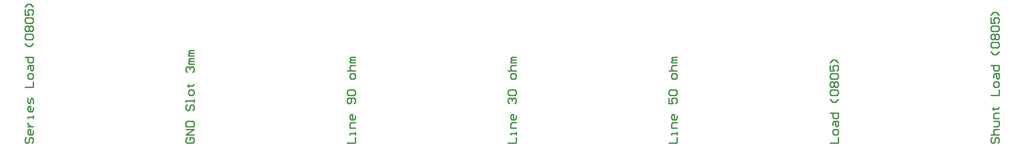
<source format=gbr>
%FSTAX66Y66*%
%MOMM*%
%SFA1B1*%

%IPPOS*%
%ADD22C,0.253999*%
%LNduts_legend_top-1*%
%LPD*%
G54D22*
X000189738381Y000005269661D02*
X000189484482Y000005015738D01*
Y000004507915*
X000189738381Y000004253992*
X000189992304*
X000190246228Y000004507915*
Y000005015738*
X000190500127Y000005269661*
X00019075405*
X000191008Y000005015738*
Y000004507915*
X00019075405Y000004253992*
X000189484482Y000005777484D02*
X000191008D01*
X000190246228*
X000189992304Y000006031407*
Y000006539255*
X000190246228Y000006793179*
X000191008*
X000189992304Y000007301001D02*
X00019075405D01*
X000191008Y000007554925*
Y000008316671*
X000189992304*
X000191008Y000008824518D02*
X000189992304D01*
Y000009586264*
X000190246228Y000009840188*
X000191008*
X000189738381Y000010601934D02*
X000189992304D01*
Y00001034801*
Y000010855858*
Y000010601934*
X00019075405*
X000191008Y000010855858*
X000189484482Y000013141096D02*
X000191008D01*
Y000014156766*
Y000014918537D02*
Y000015426359D01*
X00019075405Y000015680283*
X000190246228*
X000189992304Y000015426359*
Y000014918537*
X000190246228Y000014664613*
X00019075405*
X000191008Y000014918537*
X000189992304Y000016442029D02*
Y000016949877D01*
X000190246228Y000017203801*
X000191008*
Y000016442029*
X00019075405Y000016188131*
X000190500127Y000016442029*
Y000017203801*
X000189484482Y000018727318D02*
X000191008D01*
Y000017965547*
X00019075405Y000017711623*
X000190246228*
X000189992304Y000017965547*
Y000018727318*
X000191008Y00002126648D02*
X000190500127Y000020758658D01*
X000189992304*
X000189484482Y00002126648*
X000189738381Y000022028226D02*
X000189484482Y00002228215D01*
Y000022789997*
X000189738381Y000023043896*
X00019075405*
X000191008Y000022789997*
Y00002228215*
X00019075405Y000022028226*
X000189738381*
Y000023551743D02*
X000189484482Y000023805667D01*
Y000024313489*
X000189738381Y000024567413*
X000189992304*
X000190246228Y000024313489*
X000190500127Y000024567413*
X00019075405*
X000191008Y000024313489*
Y000023805667*
X00019075405Y000023551743*
X000190500127*
X000190246228Y000023805667*
X000189992304Y000023551743*
X000189738381*
X000190246228Y000023805667D02*
Y000024313489D01*
X000189738381Y000025075235D02*
X000189484482Y000025329159D01*
Y000025837007*
X000189738381Y000026090905*
X00019075405*
X000191008Y000025837007*
Y000025329159*
X00019075405Y000025075235*
X000189738381*
X000189484482Y000027614422D02*
Y000026598753D01*
X000190246228*
X000189992304Y000027106575*
Y000027360499*
X000190246228Y000027614422*
X00019075405*
X000191008Y000027360499*
Y000026852676*
X00019075405Y000026598753*
X000191008Y00002812227D02*
X000190500127Y000028630092D01*
X000189992304*
X000189484482Y00002812227*
X000159487082Y000004253992D02*
X0001610106D01*
Y000005269661*
Y000006031407D02*
Y000006539255D01*
X000160756676Y000006793179*
X000160248828*
X000159994904Y000006539255*
Y000006031407*
X000160248828Y000005777484*
X000160756676*
X0001610106Y000006031407*
X000159994904Y000007554925D02*
Y000008062747D01*
X000160248828Y000008316671*
X0001610106*
Y000007554925*
X000160756676Y000007301001*
X000160502752Y000007554925*
Y000008316671*
X000159487082Y000009840188D02*
X0001610106D01*
Y000009078417*
X000160756676Y000008824518*
X000160248828*
X000159994904Y000009078417*
Y000009840188*
X0001610106Y00001237935D02*
X000160502752Y000011871528D01*
X000159994904*
X000159487082Y00001237935*
X000159741006Y000013141096D02*
X000159487082Y00001339502D01*
Y000013902867*
X000159741006Y000014156766*
X000160756676*
X0001610106Y000013902867*
Y00001339502*
X000160756676Y000013141096*
X000159741006*
Y000014664613D02*
X000159487082Y000014918537D01*
Y000015426359*
X000159741006Y000015680283*
X000159994904*
X000160248828Y000015426359*
X000160502752Y000015680283*
X000160756676*
X0001610106Y000015426359*
Y000014918537*
X000160756676Y000014664613*
X000160502752*
X000160248828Y000014918537*
X000159994904Y000014664613*
X000159741006*
X000160248828Y000014918537D02*
Y000015426359D01*
X000159741006Y000016188131D02*
X000159487082Y000016442029D01*
Y000016949877*
X000159741006Y000017203801*
X000160756676*
X0001610106Y000016949877*
Y000016442029*
X000160756676Y000016188131*
X000159741006*
X000159487082Y000018727318D02*
Y000017711623D01*
X000160248828*
X000159994904Y00001821947*
Y000018473394*
X000160248828Y000018727318*
X000160756676*
X0001610106Y000018473394*
Y000017965547*
X000160756676Y000017711623*
X0001610106Y00001923514D02*
X000160502752Y000019742988D01*
X000159994904*
X000159487082Y00001923514*
X000129489682Y000004253992D02*
X0001310132D01*
Y000005269661*
Y000005777484D02*
Y000006285331D01*
Y000006031407*
X000129997504*
Y000005777484*
X0001310132Y000007047077D02*
X000129997504D01*
Y000007808849*
X000130251428Y000008062747*
X0001310132*
Y000009332341D02*
Y000008824518D01*
X000130759276Y000008570595*
X000130251428*
X000129997504Y000008824518*
Y000009332341*
X000130251428Y000009586264*
X000130505352*
Y000008570595*
X000129489682Y000012633274D02*
Y000011617604D01*
X000130251428*
X000129997504Y000012125426*
Y00001237935*
X000130251428Y000012633274*
X000130759276*
X0001310132Y00001237935*
Y000011871528*
X000130759276Y000011617604*
X000129743606Y000013141096D02*
X000129489682Y00001339502D01*
Y000013902867*
X000129743606Y000014156766*
X000130759276*
X0001310132Y000013902867*
Y00001339502*
X000130759276Y000013141096*
X000129743606*
X0001310132Y000016442029D02*
Y000016949877D01*
X000130759276Y000017203801*
X000130251428*
X000129997504Y000016949877*
Y000016442029*
X000130251428Y000016188131*
X000130759276*
X0001310132Y000016442029*
X000129489682Y000017711623D02*
X0001310132D01*
X000130251428*
X000129997504Y000017965547*
Y000018473394*
X000130251428Y000018727318*
X0001310132*
Y00001923514D02*
X000129997504D01*
Y000019489064*
X000130251428Y000019742988*
X0001310132*
X000130251428*
X000129997504Y000019996886*
X000130251428Y00002025081*
X0001310132*
X000099492282Y000004253992D02*
X0001010158D01*
Y000005269661*
Y000005777484D02*
Y000006285331D01*
Y000006031407*
X000100000104*
Y000005777484*
X0001010158Y000007047077D02*
X000100000104D01*
Y000007808849*
X000100254028Y000008062747*
X0001010158*
Y000009332341D02*
Y000008824518D01*
X000100761876Y000008570595*
X000100254028*
X000100000104Y000008824518*
Y000009332341*
X000100254028Y000009586264*
X000100507952*
Y000008570595*
X000099746206Y000011617604D02*
X000099492282Y000011871528D01*
Y00001237935*
X000099746206Y000012633274*
X000100000104*
X000100254028Y00001237935*
Y000012125426*
Y00001237935*
X000100507952Y000012633274*
X000100761876*
X0001010158Y00001237935*
Y000011871528*
X000100761876Y000011617604*
X000099746206Y000013141096D02*
X000099492282Y00001339502D01*
Y000013902867*
X000099746206Y000014156766*
X000100761876*
X0001010158Y000013902867*
Y00001339502*
X000100761876Y000013141096*
X000099746206*
X0001010158Y000016442029D02*
Y000016949877D01*
X000100761876Y000017203801*
X000100254028*
X000100000104Y000016949877*
Y000016442029*
X000100254028Y000016188131*
X000100761876*
X0001010158Y000016442029*
X000099492282Y000017711623D02*
X0001010158D01*
X000100254028*
X000100000104Y000017965547*
Y000018473394*
X000100254028Y000018727318*
X0001010158*
Y00001923514D02*
X000100000104D01*
Y000019489064*
X000100254028Y000019742988*
X0001010158*
X000100254028*
X000100000104Y000019996886*
X000100254028Y00002025081*
X0001010158*
X000069494882Y000004253992D02*
X0000710184D01*
Y000005269661*
Y000005777484D02*
Y000006285331D01*
Y000006031407*
X000070002704*
Y000005777484*
X0000710184Y000007047077D02*
X000070002704D01*
Y000007808849*
X000070256628Y000008062747*
X0000710184*
Y000009332341D02*
Y000008824518D01*
X000070764476Y000008570595*
X000070256628*
X000070002704Y000008824518*
Y000009332341*
X000070256628Y000009586264*
X000070510552*
Y000008570595*
X000070764476Y000011617604D02*
X0000710184Y000011871528D01*
Y00001237935*
X000070764476Y000012633274*
X000069748806*
X000069494882Y00001237935*
Y000011871528*
X000069748806Y000011617604*
X000070002704*
X000070256628Y000011871528*
Y000012633274*
X000069748806Y000013141096D02*
X000069494882Y00001339502D01*
Y000013902867*
X000069748806Y000014156766*
X000070764476*
X0000710184Y000013902867*
Y00001339502*
X000070764476Y000013141096*
X000069748806*
X0000710184Y000016442029D02*
Y000016949877D01*
X000070764476Y000017203801*
X000070256628*
X000070002704Y000016949877*
Y000016442029*
X000070256628Y000016188131*
X000070764476*
X0000710184Y000016442029*
X000069494882Y000017711623D02*
X0000710184D01*
X000070256628*
X000070002704Y000017965547*
Y000018473394*
X000070256628Y000018727318*
X0000710184*
Y00001923514D02*
X000070002704D01*
Y000019489064*
X000070256628Y000019742988*
X0000710184*
X000070256628*
X000070002704Y000019996886*
X000070256628Y00002025081*
X0000710184*
X000039751406Y000005269661D02*
X000039497482Y000005015738D01*
Y000004507915*
X000039751406Y000004253992*
X000040767076*
X000041021Y000004507915*
Y000005015738*
X000040767076Y000005269661*
X000040259228*
Y000004761814*
X000041021Y000005777484D02*
X000039497482D01*
X000041021Y000006793179*
X000039497482*
Y000007301001D02*
X000041021D01*
Y000008062747*
X000040767076Y000008316671*
X000039751406*
X000039497482Y000008062747*
Y000007301001*
X000039751406Y00001136368D02*
X000039497482Y000011109756D01*
Y000010601934*
X000039751406Y00001034801*
X000040005304*
X000040259228Y000010601934*
Y000011109756*
X000040513152Y00001136368*
X000040767076*
X000041021Y000011109756*
Y000010601934*
X000040767076Y00001034801*
X000041021Y000011871528D02*
Y00001237935D01*
Y000012125426*
X000039497482*
Y000011871528*
X000041021Y00001339502D02*
Y000013902867D01*
X000040767076Y000014156766*
X000040259228*
X000040005304Y000013902867*
Y00001339502*
X000040259228Y000013141096*
X000040767076*
X000041021Y00001339502*
X000039751406Y000014918537D02*
X000040005304D01*
Y000014664613*
Y000015172436*
Y000014918537*
X000040767076*
X000041021Y000015172436*
X000039751406Y000017457699D02*
X000039497482Y000017711623D01*
Y00001821947*
X000039751406Y000018473394*
X000040005304*
X000040259228Y00001821947*
Y000017965547*
Y00001821947*
X000040513152Y000018473394*
X000040767076*
X000041021Y00001821947*
Y000017711623*
X000040767076Y000017457699*
X000041021Y000018981216D02*
X000040005304D01*
Y00001923514*
X000040259228Y000019489064*
X000041021*
X000040259228*
X000040005304Y000019742988*
X000040259228Y000019996886*
X000041021*
Y000020504734D02*
X000040005304D01*
Y000020758658*
X000040259228Y000021012556*
X000041021*
X000040259228*
X000040005304Y00002126648*
X000040259228Y000021520404*
X000041021*
X000009754006Y000005269661D02*
X000009500082Y000005015738D01*
Y000004507915*
X000009754006Y000004253992*
X000010007904*
X000010261828Y000004507915*
Y000005015738*
X000010515752Y000005269661*
X000010769676*
X0000110236Y000005015738*
Y000004507915*
X000010769676Y000004253992*
X0000110236Y000006539255D02*
Y000006031407D01*
X000010769676Y000005777484*
X000010261828*
X000010007904Y000006031407*
Y000006539255*
X000010261828Y000006793179*
X000010515752*
Y000005777484*
X000010007904Y000007301001D02*
X0000110236D01*
X000010515752*
X000010261828Y000007554925*
X000010007904Y000007808849*
Y000008062747*
X0000110236Y000008824518D02*
Y000009332341D01*
Y000009078417*
X000010007904*
Y000008824518*
X0000110236Y000010855858D02*
Y00001034801D01*
X000010769676Y000010094087*
X000010261828*
X000010007904Y00001034801*
Y000010855858*
X000010261828Y000011109756*
X000010515752*
Y000010094087*
X0000110236Y000011617604D02*
Y00001237935D01*
X000010769676Y000012633274*
X000010515752Y00001237935*
Y000011871528*
X000010261828Y000011617604*
X000010007904Y000011871528*
Y000012633274*
X000009500082Y000014664613D02*
X0000110236D01*
Y000015680283*
Y000016442029D02*
Y000016949877D01*
X000010769676Y000017203801*
X000010261828*
X000010007904Y000016949877*
Y000016442029*
X000010261828Y000016188131*
X000010769676*
X0000110236Y000016442029*
X000010007904Y000017965547D02*
Y000018473394D01*
X000010261828Y000018727318*
X0000110236*
Y000017965547*
X000010769676Y000017711623*
X000010515752Y000017965547*
Y000018727318*
X000009500082Y00002025081D02*
X0000110236D01*
Y000019489064*
X000010769676Y00001923514*
X000010261828*
X000010007904Y000019489064*
Y00002025081*
X0000110236Y000022789997D02*
X000010515752Y00002228215D01*
X000010007904*
X000009500082Y000022789997*
X000009754006Y000023551743D02*
X000009500082Y000023805667D01*
Y000024313489*
X000009754006Y000024567413*
X000010769676*
X0000110236Y000024313489*
Y000023805667*
X000010769676Y000023551743*
X000009754006*
Y000025075235D02*
X000009500082Y000025329159D01*
Y000025837007*
X000009754006Y000026090905*
X000010007904*
X000010261828Y000025837007*
X000010515752Y000026090905*
X000010769676*
X0000110236Y000025837007*
Y000025329159*
X000010769676Y000025075235*
X000010515752*
X000010261828Y000025329159*
X000010007904Y000025075235*
X000009754006*
X000010261828Y000025329159D02*
Y000025837007D01*
X000009754006Y000026598753D02*
X000009500082Y000026852676D01*
Y000027360499*
X000009754006Y000027614422*
X000010769676*
X0000110236Y000027360499*
Y000026852676*
X000010769676Y000026598753*
X000009754006*
X000009500082Y00002913794D02*
Y00002812227D01*
X000010261828*
X000010007904Y000028630092*
Y000028884016*
X000010261828Y00002913794*
X000010769676*
X0000110236Y000028884016*
Y000028376168*
X000010769676Y00002812227*
X0000110236Y000029645762D02*
X000010515752Y00003015361D01*
X000010007904*
X000009500082Y000029645762*
M02*
</source>
